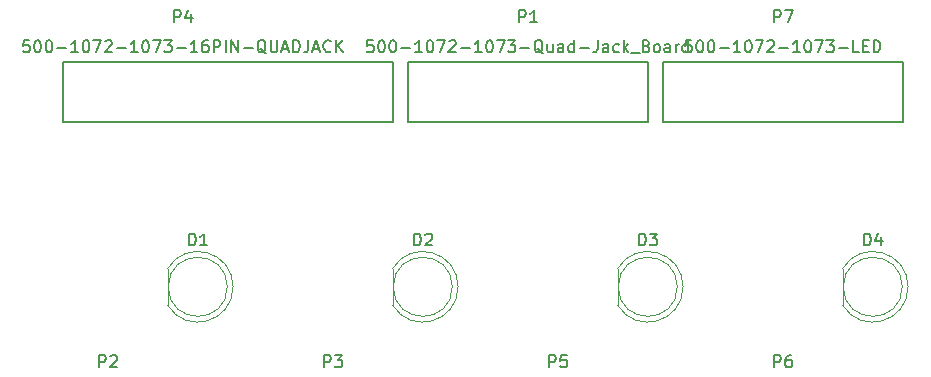
<source format=gbr>
G04 #@! TF.FileFunction,Legend,Top*
%FSLAX46Y46*%
G04 Gerber Fmt 4.6, Leading zero omitted, Abs format (unit mm)*
G04 Created by KiCad (PCBNEW 4.0.5) date 02/09/17 20:34:02*
%MOMM*%
%LPD*%
G01*
G04 APERTURE LIST*
%ADD10C,0.100000*%
%ADD11C,0.120000*%
%ADD12C,0.150000*%
G04 APERTURE END LIST*
D10*
D11*
X127450000Y-128270462D02*
G75*
G03X121900000Y-126725170I-2990000J462D01*
G01*
X127450000Y-128269538D02*
G75*
G02X121900000Y-129814830I-2990000J-462D01*
G01*
X126960000Y-128270000D02*
G75*
G03X126960000Y-128270000I-2500000J0D01*
G01*
X121900000Y-126725000D02*
X121900000Y-129815000D01*
X146500000Y-128270462D02*
G75*
G03X140950000Y-126725170I-2990000J462D01*
G01*
X146500000Y-128269538D02*
G75*
G02X140950000Y-129814830I-2990000J-462D01*
G01*
X146010000Y-128270000D02*
G75*
G03X146010000Y-128270000I-2500000J0D01*
G01*
X140950000Y-126725000D02*
X140950000Y-129815000D01*
X165550000Y-128270462D02*
G75*
G03X160000000Y-126725170I-2990000J462D01*
G01*
X165550000Y-128269538D02*
G75*
G02X160000000Y-129814830I-2990000J-462D01*
G01*
X165060000Y-128270000D02*
G75*
G03X165060000Y-128270000I-2500000J0D01*
G01*
X160000000Y-126725000D02*
X160000000Y-129815000D01*
X184600000Y-128270462D02*
G75*
G03X179050000Y-126725170I-2990000J462D01*
G01*
X184600000Y-128269538D02*
G75*
G02X179050000Y-129814830I-2990000J-462D01*
G01*
X184110000Y-128270000D02*
G75*
G03X184110000Y-128270000I-2500000J0D01*
G01*
X179050000Y-126725000D02*
X179050000Y-129815000D01*
D12*
X142240000Y-109220000D02*
X162560000Y-109220000D01*
X142240000Y-114300000D02*
X162560000Y-114300000D01*
X162560000Y-109220000D02*
X162560000Y-114300000D01*
X142240000Y-114300000D02*
X142240000Y-109220000D01*
X116840000Y-109220000D02*
X140970000Y-109220000D01*
X140970000Y-109220000D02*
X140970000Y-114300000D01*
X140970000Y-114300000D02*
X113030000Y-114300000D01*
X113030000Y-114300000D02*
X113030000Y-109220000D01*
X113030000Y-109220000D02*
X116840000Y-109220000D01*
X163830000Y-109220000D02*
X184150000Y-109220000D01*
X163830000Y-114300000D02*
X184150000Y-114300000D01*
X184150000Y-109220000D02*
X184150000Y-114300000D01*
X163830000Y-114300000D02*
X163830000Y-109220000D01*
X123721905Y-124762381D02*
X123721905Y-123762381D01*
X123960000Y-123762381D01*
X124102858Y-123810000D01*
X124198096Y-123905238D01*
X124245715Y-124000476D01*
X124293334Y-124190952D01*
X124293334Y-124333810D01*
X124245715Y-124524286D01*
X124198096Y-124619524D01*
X124102858Y-124714762D01*
X123960000Y-124762381D01*
X123721905Y-124762381D01*
X125245715Y-124762381D02*
X124674286Y-124762381D01*
X124960000Y-124762381D02*
X124960000Y-123762381D01*
X124864762Y-123905238D01*
X124769524Y-124000476D01*
X124674286Y-124048095D01*
X142771905Y-124762381D02*
X142771905Y-123762381D01*
X143010000Y-123762381D01*
X143152858Y-123810000D01*
X143248096Y-123905238D01*
X143295715Y-124000476D01*
X143343334Y-124190952D01*
X143343334Y-124333810D01*
X143295715Y-124524286D01*
X143248096Y-124619524D01*
X143152858Y-124714762D01*
X143010000Y-124762381D01*
X142771905Y-124762381D01*
X143724286Y-123857619D02*
X143771905Y-123810000D01*
X143867143Y-123762381D01*
X144105239Y-123762381D01*
X144200477Y-123810000D01*
X144248096Y-123857619D01*
X144295715Y-123952857D01*
X144295715Y-124048095D01*
X144248096Y-124190952D01*
X143676667Y-124762381D01*
X144295715Y-124762381D01*
X161821905Y-124762381D02*
X161821905Y-123762381D01*
X162060000Y-123762381D01*
X162202858Y-123810000D01*
X162298096Y-123905238D01*
X162345715Y-124000476D01*
X162393334Y-124190952D01*
X162393334Y-124333810D01*
X162345715Y-124524286D01*
X162298096Y-124619524D01*
X162202858Y-124714762D01*
X162060000Y-124762381D01*
X161821905Y-124762381D01*
X162726667Y-123762381D02*
X163345715Y-123762381D01*
X163012381Y-124143333D01*
X163155239Y-124143333D01*
X163250477Y-124190952D01*
X163298096Y-124238571D01*
X163345715Y-124333810D01*
X163345715Y-124571905D01*
X163298096Y-124667143D01*
X163250477Y-124714762D01*
X163155239Y-124762381D01*
X162869524Y-124762381D01*
X162774286Y-124714762D01*
X162726667Y-124667143D01*
X180871905Y-124762381D02*
X180871905Y-123762381D01*
X181110000Y-123762381D01*
X181252858Y-123810000D01*
X181348096Y-123905238D01*
X181395715Y-124000476D01*
X181443334Y-124190952D01*
X181443334Y-124333810D01*
X181395715Y-124524286D01*
X181348096Y-124619524D01*
X181252858Y-124714762D01*
X181110000Y-124762381D01*
X180871905Y-124762381D01*
X182300477Y-124095714D02*
X182300477Y-124762381D01*
X182062381Y-123714762D02*
X181824286Y-124429048D01*
X182443334Y-124429048D01*
X151661905Y-105862381D02*
X151661905Y-104862381D01*
X152042858Y-104862381D01*
X152138096Y-104910000D01*
X152185715Y-104957619D01*
X152233334Y-105052857D01*
X152233334Y-105195714D01*
X152185715Y-105290952D01*
X152138096Y-105338571D01*
X152042858Y-105386190D01*
X151661905Y-105386190D01*
X153185715Y-105862381D02*
X152614286Y-105862381D01*
X152900000Y-105862381D02*
X152900000Y-104862381D01*
X152804762Y-105005238D01*
X152709524Y-105100476D01*
X152614286Y-105148095D01*
X139304762Y-107402381D02*
X138828571Y-107402381D01*
X138780952Y-107878571D01*
X138828571Y-107830952D01*
X138923809Y-107783333D01*
X139161905Y-107783333D01*
X139257143Y-107830952D01*
X139304762Y-107878571D01*
X139352381Y-107973810D01*
X139352381Y-108211905D01*
X139304762Y-108307143D01*
X139257143Y-108354762D01*
X139161905Y-108402381D01*
X138923809Y-108402381D01*
X138828571Y-108354762D01*
X138780952Y-108307143D01*
X139971428Y-107402381D02*
X140066667Y-107402381D01*
X140161905Y-107450000D01*
X140209524Y-107497619D01*
X140257143Y-107592857D01*
X140304762Y-107783333D01*
X140304762Y-108021429D01*
X140257143Y-108211905D01*
X140209524Y-108307143D01*
X140161905Y-108354762D01*
X140066667Y-108402381D01*
X139971428Y-108402381D01*
X139876190Y-108354762D01*
X139828571Y-108307143D01*
X139780952Y-108211905D01*
X139733333Y-108021429D01*
X139733333Y-107783333D01*
X139780952Y-107592857D01*
X139828571Y-107497619D01*
X139876190Y-107450000D01*
X139971428Y-107402381D01*
X140923809Y-107402381D02*
X141019048Y-107402381D01*
X141114286Y-107450000D01*
X141161905Y-107497619D01*
X141209524Y-107592857D01*
X141257143Y-107783333D01*
X141257143Y-108021429D01*
X141209524Y-108211905D01*
X141161905Y-108307143D01*
X141114286Y-108354762D01*
X141019048Y-108402381D01*
X140923809Y-108402381D01*
X140828571Y-108354762D01*
X140780952Y-108307143D01*
X140733333Y-108211905D01*
X140685714Y-108021429D01*
X140685714Y-107783333D01*
X140733333Y-107592857D01*
X140780952Y-107497619D01*
X140828571Y-107450000D01*
X140923809Y-107402381D01*
X141685714Y-108021429D02*
X142447619Y-108021429D01*
X143447619Y-108402381D02*
X142876190Y-108402381D01*
X143161904Y-108402381D02*
X143161904Y-107402381D01*
X143066666Y-107545238D01*
X142971428Y-107640476D01*
X142876190Y-107688095D01*
X144066666Y-107402381D02*
X144161905Y-107402381D01*
X144257143Y-107450000D01*
X144304762Y-107497619D01*
X144352381Y-107592857D01*
X144400000Y-107783333D01*
X144400000Y-108021429D01*
X144352381Y-108211905D01*
X144304762Y-108307143D01*
X144257143Y-108354762D01*
X144161905Y-108402381D01*
X144066666Y-108402381D01*
X143971428Y-108354762D01*
X143923809Y-108307143D01*
X143876190Y-108211905D01*
X143828571Y-108021429D01*
X143828571Y-107783333D01*
X143876190Y-107592857D01*
X143923809Y-107497619D01*
X143971428Y-107450000D01*
X144066666Y-107402381D01*
X144733333Y-107402381D02*
X145400000Y-107402381D01*
X144971428Y-108402381D01*
X145733333Y-107497619D02*
X145780952Y-107450000D01*
X145876190Y-107402381D01*
X146114286Y-107402381D01*
X146209524Y-107450000D01*
X146257143Y-107497619D01*
X146304762Y-107592857D01*
X146304762Y-107688095D01*
X146257143Y-107830952D01*
X145685714Y-108402381D01*
X146304762Y-108402381D01*
X146733333Y-108021429D02*
X147495238Y-108021429D01*
X148495238Y-108402381D02*
X147923809Y-108402381D01*
X148209523Y-108402381D02*
X148209523Y-107402381D01*
X148114285Y-107545238D01*
X148019047Y-107640476D01*
X147923809Y-107688095D01*
X149114285Y-107402381D02*
X149209524Y-107402381D01*
X149304762Y-107450000D01*
X149352381Y-107497619D01*
X149400000Y-107592857D01*
X149447619Y-107783333D01*
X149447619Y-108021429D01*
X149400000Y-108211905D01*
X149352381Y-108307143D01*
X149304762Y-108354762D01*
X149209524Y-108402381D01*
X149114285Y-108402381D01*
X149019047Y-108354762D01*
X148971428Y-108307143D01*
X148923809Y-108211905D01*
X148876190Y-108021429D01*
X148876190Y-107783333D01*
X148923809Y-107592857D01*
X148971428Y-107497619D01*
X149019047Y-107450000D01*
X149114285Y-107402381D01*
X149780952Y-107402381D02*
X150447619Y-107402381D01*
X150019047Y-108402381D01*
X150733333Y-107402381D02*
X151352381Y-107402381D01*
X151019047Y-107783333D01*
X151161905Y-107783333D01*
X151257143Y-107830952D01*
X151304762Y-107878571D01*
X151352381Y-107973810D01*
X151352381Y-108211905D01*
X151304762Y-108307143D01*
X151257143Y-108354762D01*
X151161905Y-108402381D01*
X150876190Y-108402381D01*
X150780952Y-108354762D01*
X150733333Y-108307143D01*
X151780952Y-108021429D02*
X152542857Y-108021429D01*
X153685714Y-108497619D02*
X153590476Y-108450000D01*
X153495238Y-108354762D01*
X153352381Y-108211905D01*
X153257142Y-108164286D01*
X153161904Y-108164286D01*
X153209523Y-108402381D02*
X153114285Y-108354762D01*
X153019047Y-108259524D01*
X152971428Y-108069048D01*
X152971428Y-107735714D01*
X153019047Y-107545238D01*
X153114285Y-107450000D01*
X153209523Y-107402381D01*
X153400000Y-107402381D01*
X153495238Y-107450000D01*
X153590476Y-107545238D01*
X153638095Y-107735714D01*
X153638095Y-108069048D01*
X153590476Y-108259524D01*
X153495238Y-108354762D01*
X153400000Y-108402381D01*
X153209523Y-108402381D01*
X154495238Y-107735714D02*
X154495238Y-108402381D01*
X154066666Y-107735714D02*
X154066666Y-108259524D01*
X154114285Y-108354762D01*
X154209523Y-108402381D01*
X154352381Y-108402381D01*
X154447619Y-108354762D01*
X154495238Y-108307143D01*
X155400000Y-108402381D02*
X155400000Y-107878571D01*
X155352381Y-107783333D01*
X155257143Y-107735714D01*
X155066666Y-107735714D01*
X154971428Y-107783333D01*
X155400000Y-108354762D02*
X155304762Y-108402381D01*
X155066666Y-108402381D01*
X154971428Y-108354762D01*
X154923809Y-108259524D01*
X154923809Y-108164286D01*
X154971428Y-108069048D01*
X155066666Y-108021429D01*
X155304762Y-108021429D01*
X155400000Y-107973810D01*
X156304762Y-108402381D02*
X156304762Y-107402381D01*
X156304762Y-108354762D02*
X156209524Y-108402381D01*
X156019047Y-108402381D01*
X155923809Y-108354762D01*
X155876190Y-108307143D01*
X155828571Y-108211905D01*
X155828571Y-107926190D01*
X155876190Y-107830952D01*
X155923809Y-107783333D01*
X156019047Y-107735714D01*
X156209524Y-107735714D01*
X156304762Y-107783333D01*
X156780952Y-108021429D02*
X157542857Y-108021429D01*
X158304762Y-107402381D02*
X158304762Y-108116667D01*
X158257142Y-108259524D01*
X158161904Y-108354762D01*
X158019047Y-108402381D01*
X157923809Y-108402381D01*
X159209524Y-108402381D02*
X159209524Y-107878571D01*
X159161905Y-107783333D01*
X159066667Y-107735714D01*
X158876190Y-107735714D01*
X158780952Y-107783333D01*
X159209524Y-108354762D02*
X159114286Y-108402381D01*
X158876190Y-108402381D01*
X158780952Y-108354762D01*
X158733333Y-108259524D01*
X158733333Y-108164286D01*
X158780952Y-108069048D01*
X158876190Y-108021429D01*
X159114286Y-108021429D01*
X159209524Y-107973810D01*
X160114286Y-108354762D02*
X160019048Y-108402381D01*
X159828571Y-108402381D01*
X159733333Y-108354762D01*
X159685714Y-108307143D01*
X159638095Y-108211905D01*
X159638095Y-107926190D01*
X159685714Y-107830952D01*
X159733333Y-107783333D01*
X159828571Y-107735714D01*
X160019048Y-107735714D01*
X160114286Y-107783333D01*
X160542857Y-108402381D02*
X160542857Y-107402381D01*
X160638095Y-108021429D02*
X160923810Y-108402381D01*
X160923810Y-107735714D02*
X160542857Y-108116667D01*
X161114286Y-108497619D02*
X161876191Y-108497619D01*
X162447620Y-107878571D02*
X162590477Y-107926190D01*
X162638096Y-107973810D01*
X162685715Y-108069048D01*
X162685715Y-108211905D01*
X162638096Y-108307143D01*
X162590477Y-108354762D01*
X162495239Y-108402381D01*
X162114286Y-108402381D01*
X162114286Y-107402381D01*
X162447620Y-107402381D01*
X162542858Y-107450000D01*
X162590477Y-107497619D01*
X162638096Y-107592857D01*
X162638096Y-107688095D01*
X162590477Y-107783333D01*
X162542858Y-107830952D01*
X162447620Y-107878571D01*
X162114286Y-107878571D01*
X163257143Y-108402381D02*
X163161905Y-108354762D01*
X163114286Y-108307143D01*
X163066667Y-108211905D01*
X163066667Y-107926190D01*
X163114286Y-107830952D01*
X163161905Y-107783333D01*
X163257143Y-107735714D01*
X163400001Y-107735714D01*
X163495239Y-107783333D01*
X163542858Y-107830952D01*
X163590477Y-107926190D01*
X163590477Y-108211905D01*
X163542858Y-108307143D01*
X163495239Y-108354762D01*
X163400001Y-108402381D01*
X163257143Y-108402381D01*
X164447620Y-108402381D02*
X164447620Y-107878571D01*
X164400001Y-107783333D01*
X164304763Y-107735714D01*
X164114286Y-107735714D01*
X164019048Y-107783333D01*
X164447620Y-108354762D02*
X164352382Y-108402381D01*
X164114286Y-108402381D01*
X164019048Y-108354762D01*
X163971429Y-108259524D01*
X163971429Y-108164286D01*
X164019048Y-108069048D01*
X164114286Y-108021429D01*
X164352382Y-108021429D01*
X164447620Y-107973810D01*
X164923810Y-108402381D02*
X164923810Y-107735714D01*
X164923810Y-107926190D02*
X164971429Y-107830952D01*
X165019048Y-107783333D01*
X165114286Y-107735714D01*
X165209525Y-107735714D01*
X165971430Y-108402381D02*
X165971430Y-107402381D01*
X165971430Y-108354762D02*
X165876192Y-108402381D01*
X165685715Y-108402381D01*
X165590477Y-108354762D01*
X165542858Y-108307143D01*
X165495239Y-108211905D01*
X165495239Y-107926190D01*
X165542858Y-107830952D01*
X165590477Y-107783333D01*
X165685715Y-107735714D01*
X165876192Y-107735714D01*
X165971430Y-107783333D01*
X116101905Y-135072381D02*
X116101905Y-134072381D01*
X116482858Y-134072381D01*
X116578096Y-134120000D01*
X116625715Y-134167619D01*
X116673334Y-134262857D01*
X116673334Y-134405714D01*
X116625715Y-134500952D01*
X116578096Y-134548571D01*
X116482858Y-134596190D01*
X116101905Y-134596190D01*
X117054286Y-134167619D02*
X117101905Y-134120000D01*
X117197143Y-134072381D01*
X117435239Y-134072381D01*
X117530477Y-134120000D01*
X117578096Y-134167619D01*
X117625715Y-134262857D01*
X117625715Y-134358095D01*
X117578096Y-134500952D01*
X117006667Y-135072381D01*
X117625715Y-135072381D01*
X135151905Y-135072381D02*
X135151905Y-134072381D01*
X135532858Y-134072381D01*
X135628096Y-134120000D01*
X135675715Y-134167619D01*
X135723334Y-134262857D01*
X135723334Y-134405714D01*
X135675715Y-134500952D01*
X135628096Y-134548571D01*
X135532858Y-134596190D01*
X135151905Y-134596190D01*
X136056667Y-134072381D02*
X136675715Y-134072381D01*
X136342381Y-134453333D01*
X136485239Y-134453333D01*
X136580477Y-134500952D01*
X136628096Y-134548571D01*
X136675715Y-134643810D01*
X136675715Y-134881905D01*
X136628096Y-134977143D01*
X136580477Y-135024762D01*
X136485239Y-135072381D01*
X136199524Y-135072381D01*
X136104286Y-135024762D01*
X136056667Y-134977143D01*
X122451905Y-105862381D02*
X122451905Y-104862381D01*
X122832858Y-104862381D01*
X122928096Y-104910000D01*
X122975715Y-104957619D01*
X123023334Y-105052857D01*
X123023334Y-105195714D01*
X122975715Y-105290952D01*
X122928096Y-105338571D01*
X122832858Y-105386190D01*
X122451905Y-105386190D01*
X123880477Y-105195714D02*
X123880477Y-105862381D01*
X123642381Y-104814762D02*
X123404286Y-105529048D01*
X124023334Y-105529048D01*
X110190001Y-107402381D02*
X109713810Y-107402381D01*
X109666191Y-107878571D01*
X109713810Y-107830952D01*
X109809048Y-107783333D01*
X110047144Y-107783333D01*
X110142382Y-107830952D01*
X110190001Y-107878571D01*
X110237620Y-107973810D01*
X110237620Y-108211905D01*
X110190001Y-108307143D01*
X110142382Y-108354762D01*
X110047144Y-108402381D01*
X109809048Y-108402381D01*
X109713810Y-108354762D01*
X109666191Y-108307143D01*
X110856667Y-107402381D02*
X110951906Y-107402381D01*
X111047144Y-107450000D01*
X111094763Y-107497619D01*
X111142382Y-107592857D01*
X111190001Y-107783333D01*
X111190001Y-108021429D01*
X111142382Y-108211905D01*
X111094763Y-108307143D01*
X111047144Y-108354762D01*
X110951906Y-108402381D01*
X110856667Y-108402381D01*
X110761429Y-108354762D01*
X110713810Y-108307143D01*
X110666191Y-108211905D01*
X110618572Y-108021429D01*
X110618572Y-107783333D01*
X110666191Y-107592857D01*
X110713810Y-107497619D01*
X110761429Y-107450000D01*
X110856667Y-107402381D01*
X111809048Y-107402381D02*
X111904287Y-107402381D01*
X111999525Y-107450000D01*
X112047144Y-107497619D01*
X112094763Y-107592857D01*
X112142382Y-107783333D01*
X112142382Y-108021429D01*
X112094763Y-108211905D01*
X112047144Y-108307143D01*
X111999525Y-108354762D01*
X111904287Y-108402381D01*
X111809048Y-108402381D01*
X111713810Y-108354762D01*
X111666191Y-108307143D01*
X111618572Y-108211905D01*
X111570953Y-108021429D01*
X111570953Y-107783333D01*
X111618572Y-107592857D01*
X111666191Y-107497619D01*
X111713810Y-107450000D01*
X111809048Y-107402381D01*
X112570953Y-108021429D02*
X113332858Y-108021429D01*
X114332858Y-108402381D02*
X113761429Y-108402381D01*
X114047143Y-108402381D02*
X114047143Y-107402381D01*
X113951905Y-107545238D01*
X113856667Y-107640476D01*
X113761429Y-107688095D01*
X114951905Y-107402381D02*
X115047144Y-107402381D01*
X115142382Y-107450000D01*
X115190001Y-107497619D01*
X115237620Y-107592857D01*
X115285239Y-107783333D01*
X115285239Y-108021429D01*
X115237620Y-108211905D01*
X115190001Y-108307143D01*
X115142382Y-108354762D01*
X115047144Y-108402381D01*
X114951905Y-108402381D01*
X114856667Y-108354762D01*
X114809048Y-108307143D01*
X114761429Y-108211905D01*
X114713810Y-108021429D01*
X114713810Y-107783333D01*
X114761429Y-107592857D01*
X114809048Y-107497619D01*
X114856667Y-107450000D01*
X114951905Y-107402381D01*
X115618572Y-107402381D02*
X116285239Y-107402381D01*
X115856667Y-108402381D01*
X116618572Y-107497619D02*
X116666191Y-107450000D01*
X116761429Y-107402381D01*
X116999525Y-107402381D01*
X117094763Y-107450000D01*
X117142382Y-107497619D01*
X117190001Y-107592857D01*
X117190001Y-107688095D01*
X117142382Y-107830952D01*
X116570953Y-108402381D01*
X117190001Y-108402381D01*
X117618572Y-108021429D02*
X118380477Y-108021429D01*
X119380477Y-108402381D02*
X118809048Y-108402381D01*
X119094762Y-108402381D02*
X119094762Y-107402381D01*
X118999524Y-107545238D01*
X118904286Y-107640476D01*
X118809048Y-107688095D01*
X119999524Y-107402381D02*
X120094763Y-107402381D01*
X120190001Y-107450000D01*
X120237620Y-107497619D01*
X120285239Y-107592857D01*
X120332858Y-107783333D01*
X120332858Y-108021429D01*
X120285239Y-108211905D01*
X120237620Y-108307143D01*
X120190001Y-108354762D01*
X120094763Y-108402381D01*
X119999524Y-108402381D01*
X119904286Y-108354762D01*
X119856667Y-108307143D01*
X119809048Y-108211905D01*
X119761429Y-108021429D01*
X119761429Y-107783333D01*
X119809048Y-107592857D01*
X119856667Y-107497619D01*
X119904286Y-107450000D01*
X119999524Y-107402381D01*
X120666191Y-107402381D02*
X121332858Y-107402381D01*
X120904286Y-108402381D01*
X121618572Y-107402381D02*
X122237620Y-107402381D01*
X121904286Y-107783333D01*
X122047144Y-107783333D01*
X122142382Y-107830952D01*
X122190001Y-107878571D01*
X122237620Y-107973810D01*
X122237620Y-108211905D01*
X122190001Y-108307143D01*
X122142382Y-108354762D01*
X122047144Y-108402381D01*
X121761429Y-108402381D01*
X121666191Y-108354762D01*
X121618572Y-108307143D01*
X122666191Y-108021429D02*
X123428096Y-108021429D01*
X124428096Y-108402381D02*
X123856667Y-108402381D01*
X124142381Y-108402381D02*
X124142381Y-107402381D01*
X124047143Y-107545238D01*
X123951905Y-107640476D01*
X123856667Y-107688095D01*
X125285239Y-107402381D02*
X125094762Y-107402381D01*
X124999524Y-107450000D01*
X124951905Y-107497619D01*
X124856667Y-107640476D01*
X124809048Y-107830952D01*
X124809048Y-108211905D01*
X124856667Y-108307143D01*
X124904286Y-108354762D01*
X124999524Y-108402381D01*
X125190001Y-108402381D01*
X125285239Y-108354762D01*
X125332858Y-108307143D01*
X125380477Y-108211905D01*
X125380477Y-107973810D01*
X125332858Y-107878571D01*
X125285239Y-107830952D01*
X125190001Y-107783333D01*
X124999524Y-107783333D01*
X124904286Y-107830952D01*
X124856667Y-107878571D01*
X124809048Y-107973810D01*
X125809048Y-108402381D02*
X125809048Y-107402381D01*
X126190001Y-107402381D01*
X126285239Y-107450000D01*
X126332858Y-107497619D01*
X126380477Y-107592857D01*
X126380477Y-107735714D01*
X126332858Y-107830952D01*
X126285239Y-107878571D01*
X126190001Y-107926190D01*
X125809048Y-107926190D01*
X126809048Y-108402381D02*
X126809048Y-107402381D01*
X127285238Y-108402381D02*
X127285238Y-107402381D01*
X127856667Y-108402381D01*
X127856667Y-107402381D01*
X128332857Y-108021429D02*
X129094762Y-108021429D01*
X130237619Y-108497619D02*
X130142381Y-108450000D01*
X130047143Y-108354762D01*
X129904286Y-108211905D01*
X129809047Y-108164286D01*
X129713809Y-108164286D01*
X129761428Y-108402381D02*
X129666190Y-108354762D01*
X129570952Y-108259524D01*
X129523333Y-108069048D01*
X129523333Y-107735714D01*
X129570952Y-107545238D01*
X129666190Y-107450000D01*
X129761428Y-107402381D01*
X129951905Y-107402381D01*
X130047143Y-107450000D01*
X130142381Y-107545238D01*
X130190000Y-107735714D01*
X130190000Y-108069048D01*
X130142381Y-108259524D01*
X130047143Y-108354762D01*
X129951905Y-108402381D01*
X129761428Y-108402381D01*
X130618571Y-107402381D02*
X130618571Y-108211905D01*
X130666190Y-108307143D01*
X130713809Y-108354762D01*
X130809047Y-108402381D01*
X130999524Y-108402381D01*
X131094762Y-108354762D01*
X131142381Y-108307143D01*
X131190000Y-108211905D01*
X131190000Y-107402381D01*
X131618571Y-108116667D02*
X132094762Y-108116667D01*
X131523333Y-108402381D02*
X131856666Y-107402381D01*
X132190000Y-108402381D01*
X132523333Y-108402381D02*
X132523333Y-107402381D01*
X132761428Y-107402381D01*
X132904286Y-107450000D01*
X132999524Y-107545238D01*
X133047143Y-107640476D01*
X133094762Y-107830952D01*
X133094762Y-107973810D01*
X133047143Y-108164286D01*
X132999524Y-108259524D01*
X132904286Y-108354762D01*
X132761428Y-108402381D01*
X132523333Y-108402381D01*
X133809048Y-107402381D02*
X133809048Y-108116667D01*
X133761428Y-108259524D01*
X133666190Y-108354762D01*
X133523333Y-108402381D01*
X133428095Y-108402381D01*
X134237619Y-108116667D02*
X134713810Y-108116667D01*
X134142381Y-108402381D02*
X134475714Y-107402381D01*
X134809048Y-108402381D01*
X135713810Y-108307143D02*
X135666191Y-108354762D01*
X135523334Y-108402381D01*
X135428096Y-108402381D01*
X135285238Y-108354762D01*
X135190000Y-108259524D01*
X135142381Y-108164286D01*
X135094762Y-107973810D01*
X135094762Y-107830952D01*
X135142381Y-107640476D01*
X135190000Y-107545238D01*
X135285238Y-107450000D01*
X135428096Y-107402381D01*
X135523334Y-107402381D01*
X135666191Y-107450000D01*
X135713810Y-107497619D01*
X136142381Y-108402381D02*
X136142381Y-107402381D01*
X136713810Y-108402381D02*
X136285238Y-107830952D01*
X136713810Y-107402381D02*
X136142381Y-107973810D01*
X154201905Y-135072381D02*
X154201905Y-134072381D01*
X154582858Y-134072381D01*
X154678096Y-134120000D01*
X154725715Y-134167619D01*
X154773334Y-134262857D01*
X154773334Y-134405714D01*
X154725715Y-134500952D01*
X154678096Y-134548571D01*
X154582858Y-134596190D01*
X154201905Y-134596190D01*
X155678096Y-134072381D02*
X155201905Y-134072381D01*
X155154286Y-134548571D01*
X155201905Y-134500952D01*
X155297143Y-134453333D01*
X155535239Y-134453333D01*
X155630477Y-134500952D01*
X155678096Y-134548571D01*
X155725715Y-134643810D01*
X155725715Y-134881905D01*
X155678096Y-134977143D01*
X155630477Y-135024762D01*
X155535239Y-135072381D01*
X155297143Y-135072381D01*
X155201905Y-135024762D01*
X155154286Y-134977143D01*
X173251905Y-135072381D02*
X173251905Y-134072381D01*
X173632858Y-134072381D01*
X173728096Y-134120000D01*
X173775715Y-134167619D01*
X173823334Y-134262857D01*
X173823334Y-134405714D01*
X173775715Y-134500952D01*
X173728096Y-134548571D01*
X173632858Y-134596190D01*
X173251905Y-134596190D01*
X174680477Y-134072381D02*
X174490000Y-134072381D01*
X174394762Y-134120000D01*
X174347143Y-134167619D01*
X174251905Y-134310476D01*
X174204286Y-134500952D01*
X174204286Y-134881905D01*
X174251905Y-134977143D01*
X174299524Y-135024762D01*
X174394762Y-135072381D01*
X174585239Y-135072381D01*
X174680477Y-135024762D01*
X174728096Y-134977143D01*
X174775715Y-134881905D01*
X174775715Y-134643810D01*
X174728096Y-134548571D01*
X174680477Y-134500952D01*
X174585239Y-134453333D01*
X174394762Y-134453333D01*
X174299524Y-134500952D01*
X174251905Y-134548571D01*
X174204286Y-134643810D01*
X173251905Y-105862381D02*
X173251905Y-104862381D01*
X173632858Y-104862381D01*
X173728096Y-104910000D01*
X173775715Y-104957619D01*
X173823334Y-105052857D01*
X173823334Y-105195714D01*
X173775715Y-105290952D01*
X173728096Y-105338571D01*
X173632858Y-105386190D01*
X173251905Y-105386190D01*
X174156667Y-104862381D02*
X174823334Y-104862381D01*
X174394762Y-105862381D01*
X166251905Y-107402381D02*
X165775714Y-107402381D01*
X165728095Y-107878571D01*
X165775714Y-107830952D01*
X165870952Y-107783333D01*
X166109048Y-107783333D01*
X166204286Y-107830952D01*
X166251905Y-107878571D01*
X166299524Y-107973810D01*
X166299524Y-108211905D01*
X166251905Y-108307143D01*
X166204286Y-108354762D01*
X166109048Y-108402381D01*
X165870952Y-108402381D01*
X165775714Y-108354762D01*
X165728095Y-108307143D01*
X166918571Y-107402381D02*
X167013810Y-107402381D01*
X167109048Y-107450000D01*
X167156667Y-107497619D01*
X167204286Y-107592857D01*
X167251905Y-107783333D01*
X167251905Y-108021429D01*
X167204286Y-108211905D01*
X167156667Y-108307143D01*
X167109048Y-108354762D01*
X167013810Y-108402381D01*
X166918571Y-108402381D01*
X166823333Y-108354762D01*
X166775714Y-108307143D01*
X166728095Y-108211905D01*
X166680476Y-108021429D01*
X166680476Y-107783333D01*
X166728095Y-107592857D01*
X166775714Y-107497619D01*
X166823333Y-107450000D01*
X166918571Y-107402381D01*
X167870952Y-107402381D02*
X167966191Y-107402381D01*
X168061429Y-107450000D01*
X168109048Y-107497619D01*
X168156667Y-107592857D01*
X168204286Y-107783333D01*
X168204286Y-108021429D01*
X168156667Y-108211905D01*
X168109048Y-108307143D01*
X168061429Y-108354762D01*
X167966191Y-108402381D01*
X167870952Y-108402381D01*
X167775714Y-108354762D01*
X167728095Y-108307143D01*
X167680476Y-108211905D01*
X167632857Y-108021429D01*
X167632857Y-107783333D01*
X167680476Y-107592857D01*
X167728095Y-107497619D01*
X167775714Y-107450000D01*
X167870952Y-107402381D01*
X168632857Y-108021429D02*
X169394762Y-108021429D01*
X170394762Y-108402381D02*
X169823333Y-108402381D01*
X170109047Y-108402381D02*
X170109047Y-107402381D01*
X170013809Y-107545238D01*
X169918571Y-107640476D01*
X169823333Y-107688095D01*
X171013809Y-107402381D02*
X171109048Y-107402381D01*
X171204286Y-107450000D01*
X171251905Y-107497619D01*
X171299524Y-107592857D01*
X171347143Y-107783333D01*
X171347143Y-108021429D01*
X171299524Y-108211905D01*
X171251905Y-108307143D01*
X171204286Y-108354762D01*
X171109048Y-108402381D01*
X171013809Y-108402381D01*
X170918571Y-108354762D01*
X170870952Y-108307143D01*
X170823333Y-108211905D01*
X170775714Y-108021429D01*
X170775714Y-107783333D01*
X170823333Y-107592857D01*
X170870952Y-107497619D01*
X170918571Y-107450000D01*
X171013809Y-107402381D01*
X171680476Y-107402381D02*
X172347143Y-107402381D01*
X171918571Y-108402381D01*
X172680476Y-107497619D02*
X172728095Y-107450000D01*
X172823333Y-107402381D01*
X173061429Y-107402381D01*
X173156667Y-107450000D01*
X173204286Y-107497619D01*
X173251905Y-107592857D01*
X173251905Y-107688095D01*
X173204286Y-107830952D01*
X172632857Y-108402381D01*
X173251905Y-108402381D01*
X173680476Y-108021429D02*
X174442381Y-108021429D01*
X175442381Y-108402381D02*
X174870952Y-108402381D01*
X175156666Y-108402381D02*
X175156666Y-107402381D01*
X175061428Y-107545238D01*
X174966190Y-107640476D01*
X174870952Y-107688095D01*
X176061428Y-107402381D02*
X176156667Y-107402381D01*
X176251905Y-107450000D01*
X176299524Y-107497619D01*
X176347143Y-107592857D01*
X176394762Y-107783333D01*
X176394762Y-108021429D01*
X176347143Y-108211905D01*
X176299524Y-108307143D01*
X176251905Y-108354762D01*
X176156667Y-108402381D01*
X176061428Y-108402381D01*
X175966190Y-108354762D01*
X175918571Y-108307143D01*
X175870952Y-108211905D01*
X175823333Y-108021429D01*
X175823333Y-107783333D01*
X175870952Y-107592857D01*
X175918571Y-107497619D01*
X175966190Y-107450000D01*
X176061428Y-107402381D01*
X176728095Y-107402381D02*
X177394762Y-107402381D01*
X176966190Y-108402381D01*
X177680476Y-107402381D02*
X178299524Y-107402381D01*
X177966190Y-107783333D01*
X178109048Y-107783333D01*
X178204286Y-107830952D01*
X178251905Y-107878571D01*
X178299524Y-107973810D01*
X178299524Y-108211905D01*
X178251905Y-108307143D01*
X178204286Y-108354762D01*
X178109048Y-108402381D01*
X177823333Y-108402381D01*
X177728095Y-108354762D01*
X177680476Y-108307143D01*
X178728095Y-108021429D02*
X179490000Y-108021429D01*
X180442381Y-108402381D02*
X179966190Y-108402381D01*
X179966190Y-107402381D01*
X180775714Y-107878571D02*
X181109048Y-107878571D01*
X181251905Y-108402381D02*
X180775714Y-108402381D01*
X180775714Y-107402381D01*
X181251905Y-107402381D01*
X181680476Y-108402381D02*
X181680476Y-107402381D01*
X181918571Y-107402381D01*
X182061429Y-107450000D01*
X182156667Y-107545238D01*
X182204286Y-107640476D01*
X182251905Y-107830952D01*
X182251905Y-107973810D01*
X182204286Y-108164286D01*
X182156667Y-108259524D01*
X182061429Y-108354762D01*
X181918571Y-108402381D01*
X181680476Y-108402381D01*
M02*

</source>
